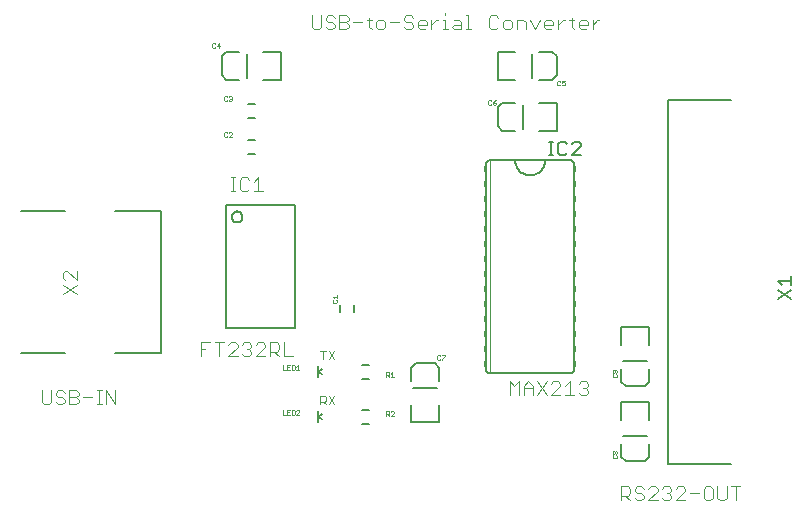
<source format=gto>
G75*
G70*
%OFA0B0*%
%FSLAX24Y24*%
%IPPOS*%
%LPD*%
%AMOC8*
5,1,8,0,0,1.08239X$1,22.5*
%
%ADD10C,0.0040*%
%ADD11C,0.0020*%
%ADD12C,0.0080*%
%ADD13C,0.0050*%
%ADD14C,0.0060*%
%ADD15C,0.0010*%
%ADD16R,0.0050X0.0200*%
D10*
X002470Y005521D02*
X002623Y005521D01*
X002700Y005597D01*
X002700Y005981D01*
X002853Y005904D02*
X002853Y005828D01*
X002930Y005751D01*
X003084Y005751D01*
X003160Y005674D01*
X003160Y005597D01*
X003084Y005521D01*
X002930Y005521D01*
X002853Y005597D01*
X002853Y005904D02*
X002930Y005981D01*
X003084Y005981D01*
X003160Y005904D01*
X003314Y005981D02*
X003544Y005981D01*
X003621Y005904D01*
X003621Y005828D01*
X003544Y005751D01*
X003314Y005751D01*
X003544Y005751D02*
X003621Y005674D01*
X003621Y005597D01*
X003544Y005521D01*
X003314Y005521D01*
X003314Y005981D01*
X003774Y005751D02*
X004081Y005751D01*
X004234Y005521D02*
X004388Y005521D01*
X004311Y005521D02*
X004311Y005981D01*
X004234Y005981D02*
X004388Y005981D01*
X004541Y005981D02*
X004848Y005521D01*
X004848Y005981D01*
X004541Y005981D02*
X004541Y005521D01*
X002470Y005521D02*
X002393Y005597D01*
X002393Y005981D01*
X003093Y009200D02*
X003553Y009507D01*
X003553Y009660D02*
X003246Y009967D01*
X003169Y009967D01*
X003093Y009891D01*
X003093Y009737D01*
X003169Y009660D01*
X003093Y009507D02*
X003553Y009200D01*
X003553Y009660D02*
X003553Y009967D01*
X007693Y007581D02*
X007693Y007121D01*
X007693Y007351D02*
X007846Y007351D01*
X007693Y007581D02*
X008000Y007581D01*
X008153Y007581D02*
X008460Y007581D01*
X008307Y007581D02*
X008307Y007121D01*
X008614Y007121D02*
X008921Y007428D01*
X008921Y007504D01*
X008844Y007581D01*
X008690Y007581D01*
X008614Y007504D01*
X009074Y007504D02*
X009151Y007581D01*
X009304Y007581D01*
X009381Y007504D01*
X009381Y007428D01*
X009304Y007351D01*
X009381Y007274D01*
X009381Y007197D01*
X009304Y007121D01*
X009151Y007121D01*
X009074Y007197D01*
X008921Y007121D02*
X008614Y007121D01*
X009228Y007351D02*
X009304Y007351D01*
X009534Y007504D02*
X009611Y007581D01*
X009765Y007581D01*
X009841Y007504D01*
X009841Y007428D01*
X009534Y007121D01*
X009841Y007121D01*
X009995Y007121D02*
X009995Y007581D01*
X010225Y007581D01*
X010302Y007504D01*
X010302Y007351D01*
X010225Y007274D01*
X009995Y007274D01*
X010148Y007274D02*
X010302Y007121D01*
X010455Y007121D02*
X010762Y007121D01*
X010455Y007121D02*
X010455Y007581D01*
X017993Y006281D02*
X017993Y005821D01*
X018300Y005821D02*
X018300Y006281D01*
X018146Y006128D01*
X017993Y006281D01*
X018453Y006128D02*
X018453Y005821D01*
X018453Y006051D02*
X018760Y006051D01*
X018760Y006128D02*
X018760Y005821D01*
X018914Y005821D02*
X019221Y006281D01*
X019374Y006204D02*
X019451Y006281D01*
X019604Y006281D01*
X019681Y006204D01*
X019681Y006128D01*
X019374Y005821D01*
X019681Y005821D01*
X019834Y005821D02*
X020141Y005821D01*
X019988Y005821D02*
X019988Y006281D01*
X019834Y006128D01*
X020295Y006204D02*
X020372Y006281D01*
X020525Y006281D01*
X020602Y006204D01*
X020602Y006128D01*
X020525Y006051D01*
X020602Y005974D01*
X020602Y005897D01*
X020525Y005821D01*
X020372Y005821D01*
X020295Y005897D01*
X020448Y006051D02*
X020525Y006051D01*
X019221Y005821D02*
X018914Y006281D01*
X018760Y006128D02*
X018607Y006281D01*
X018453Y006128D01*
X021693Y002781D02*
X021923Y002781D01*
X022000Y002704D01*
X022000Y002551D01*
X021923Y002474D01*
X021693Y002474D01*
X021693Y002321D02*
X021693Y002781D01*
X021846Y002474D02*
X022000Y002321D01*
X022153Y002397D02*
X022230Y002321D01*
X022384Y002321D01*
X022460Y002397D01*
X022460Y002474D01*
X022384Y002551D01*
X022230Y002551D01*
X022153Y002628D01*
X022153Y002704D01*
X022230Y002781D01*
X022384Y002781D01*
X022460Y002704D01*
X022614Y002704D02*
X022690Y002781D01*
X022844Y002781D01*
X022921Y002704D01*
X022921Y002628D01*
X022614Y002321D01*
X022921Y002321D01*
X023074Y002397D02*
X023151Y002321D01*
X023304Y002321D01*
X023381Y002397D01*
X023381Y002474D01*
X023304Y002551D01*
X023228Y002551D01*
X023304Y002551D02*
X023381Y002628D01*
X023381Y002704D01*
X023304Y002781D01*
X023151Y002781D01*
X023074Y002704D01*
X023534Y002704D02*
X023611Y002781D01*
X023765Y002781D01*
X023841Y002704D01*
X023841Y002628D01*
X023534Y002321D01*
X023841Y002321D01*
X023995Y002551D02*
X024302Y002551D01*
X024455Y002704D02*
X024455Y002397D01*
X024532Y002321D01*
X024685Y002321D01*
X024762Y002397D01*
X024762Y002704D01*
X024685Y002781D01*
X024532Y002781D01*
X024455Y002704D01*
X024916Y002781D02*
X024916Y002397D01*
X024992Y002321D01*
X025146Y002321D01*
X025222Y002397D01*
X025222Y002781D01*
X025376Y002781D02*
X025683Y002781D01*
X025529Y002781D02*
X025529Y002321D01*
X009767Y012621D02*
X009460Y012621D01*
X009614Y012621D02*
X009614Y013081D01*
X009460Y012928D01*
X009307Y013004D02*
X009230Y013081D01*
X009077Y013081D01*
X009000Y013004D01*
X009000Y012697D01*
X009077Y012621D01*
X009230Y012621D01*
X009307Y012697D01*
X008846Y012621D02*
X008693Y012621D01*
X008770Y012621D02*
X008770Y013081D01*
X008846Y013081D02*
X008693Y013081D01*
X011470Y018021D02*
X011623Y018021D01*
X011700Y018097D01*
X011700Y018481D01*
X011853Y018404D02*
X011930Y018481D01*
X012084Y018481D01*
X012160Y018404D01*
X012084Y018251D02*
X012160Y018174D01*
X012160Y018097D01*
X012084Y018021D01*
X011930Y018021D01*
X011853Y018097D01*
X011930Y018251D02*
X012084Y018251D01*
X011930Y018251D02*
X011853Y018328D01*
X011853Y018404D01*
X011393Y018481D02*
X011393Y018097D01*
X011470Y018021D01*
X012314Y018021D02*
X012314Y018481D01*
X012544Y018481D01*
X012621Y018404D01*
X012621Y018328D01*
X012544Y018251D01*
X012314Y018251D01*
X012544Y018251D02*
X012621Y018174D01*
X012621Y018097D01*
X012544Y018021D01*
X012314Y018021D01*
X012774Y018251D02*
X013081Y018251D01*
X013234Y018328D02*
X013388Y018328D01*
X013311Y018404D02*
X013311Y018097D01*
X013388Y018021D01*
X013541Y018097D02*
X013618Y018021D01*
X013772Y018021D01*
X013848Y018097D01*
X013848Y018251D01*
X013772Y018328D01*
X013618Y018328D01*
X013541Y018251D01*
X013541Y018097D01*
X014002Y018251D02*
X014309Y018251D01*
X014462Y018328D02*
X014539Y018251D01*
X014692Y018251D01*
X014769Y018174D01*
X014769Y018097D01*
X014692Y018021D01*
X014539Y018021D01*
X014462Y018097D01*
X014462Y018328D02*
X014462Y018404D01*
X014539Y018481D01*
X014692Y018481D01*
X014769Y018404D01*
X014922Y018251D02*
X014999Y018328D01*
X015153Y018328D01*
X015229Y018251D01*
X015229Y018174D01*
X014922Y018174D01*
X014922Y018097D02*
X014922Y018251D01*
X014922Y018097D02*
X014999Y018021D01*
X015153Y018021D01*
X015383Y018021D02*
X015383Y018328D01*
X015536Y018328D02*
X015613Y018328D01*
X015536Y018328D02*
X015383Y018174D01*
X015766Y018021D02*
X015920Y018021D01*
X015843Y018021D02*
X015843Y018328D01*
X015766Y018328D01*
X015843Y018481D02*
X015843Y018558D01*
X016150Y018328D02*
X016303Y018328D01*
X016380Y018251D01*
X016380Y018021D01*
X016150Y018021D01*
X016073Y018097D01*
X016150Y018174D01*
X016380Y018174D01*
X016534Y018021D02*
X016687Y018021D01*
X016610Y018021D02*
X016610Y018481D01*
X016534Y018481D01*
X017301Y018404D02*
X017301Y018097D01*
X017378Y018021D01*
X017531Y018021D01*
X017608Y018097D01*
X017761Y018097D02*
X017838Y018021D01*
X017991Y018021D01*
X018068Y018097D01*
X018068Y018251D01*
X017991Y018328D01*
X017838Y018328D01*
X017761Y018251D01*
X017761Y018097D01*
X017608Y018404D02*
X017531Y018481D01*
X017378Y018481D01*
X017301Y018404D01*
X018222Y018328D02*
X018222Y018021D01*
X018529Y018021D02*
X018529Y018251D01*
X018452Y018328D01*
X018222Y018328D01*
X018682Y018328D02*
X018835Y018021D01*
X018989Y018328D01*
X019142Y018251D02*
X019142Y018097D01*
X019219Y018021D01*
X019372Y018021D01*
X019449Y018174D02*
X019142Y018174D01*
X019142Y018251D02*
X019219Y018328D01*
X019372Y018328D01*
X019449Y018251D01*
X019449Y018174D01*
X019603Y018174D02*
X019756Y018328D01*
X019833Y018328D01*
X019986Y018328D02*
X020140Y018328D01*
X020063Y018404D02*
X020063Y018097D01*
X020140Y018021D01*
X020293Y018097D02*
X020293Y018251D01*
X020370Y018328D01*
X020523Y018328D01*
X020600Y018251D01*
X020600Y018174D01*
X020293Y018174D01*
X020293Y018097D02*
X020370Y018021D01*
X020523Y018021D01*
X020754Y018021D02*
X020754Y018328D01*
X020907Y018328D02*
X020984Y018328D01*
X020907Y018328D02*
X020754Y018174D01*
X019603Y018021D02*
X019603Y018328D01*
D11*
X017343Y013651D02*
X017343Y006551D01*
X012146Y007011D02*
X011959Y007291D01*
X011870Y007291D02*
X011683Y007291D01*
X011776Y007291D02*
X011776Y007011D01*
X011959Y007011D02*
X012146Y007291D01*
X012146Y005791D02*
X011959Y005511D01*
X011870Y005511D02*
X011776Y005604D01*
X011823Y005604D02*
X011683Y005604D01*
X011683Y005511D02*
X011683Y005791D01*
X011823Y005791D01*
X011870Y005744D01*
X011870Y005651D01*
X011823Y005604D01*
X011959Y005791D02*
X012146Y005511D01*
D12*
X011728Y005193D02*
X011606Y005101D01*
X011606Y004920D01*
X011728Y005015D02*
X011612Y005091D01*
X011606Y005101D02*
X011606Y005282D01*
X011606Y006420D02*
X011606Y006601D01*
X011728Y006693D01*
X011606Y006782D02*
X011606Y006601D01*
X011612Y006591D02*
X011728Y006515D01*
X014701Y006728D02*
X014701Y006294D01*
X014701Y006728D02*
X014858Y006885D01*
X015488Y006885D01*
X015646Y006728D01*
X015646Y006294D01*
X015646Y005507D02*
X015646Y004917D01*
X014701Y004917D01*
X014701Y005507D01*
X021701Y005585D02*
X021701Y004994D01*
X021701Y005585D02*
X022646Y005585D01*
X022646Y004994D01*
X022646Y004207D02*
X022646Y003774D01*
X022488Y003617D01*
X021858Y003617D01*
X021701Y003774D01*
X021701Y004207D01*
X023271Y003538D02*
X023271Y015664D01*
X025373Y015664D01*
X019557Y015573D02*
X019557Y014628D01*
X018967Y014628D01*
X018179Y014628D02*
X017746Y014628D01*
X017589Y014786D01*
X017589Y015416D01*
X017746Y015573D01*
X018179Y015573D01*
X018967Y015573D02*
X019557Y015573D01*
X019400Y016328D02*
X018967Y016328D01*
X019400Y016328D02*
X019557Y016486D01*
X019557Y017116D01*
X019400Y017273D01*
X018967Y017273D01*
X018179Y017273D02*
X017589Y017273D01*
X017589Y016328D01*
X018179Y016328D01*
X010357Y016328D02*
X009767Y016328D01*
X010357Y016328D02*
X010357Y017273D01*
X009767Y017273D01*
X008979Y017273D02*
X008546Y017273D01*
X008389Y017116D01*
X008389Y016486D01*
X008546Y016328D01*
X008979Y016328D01*
X006372Y011963D02*
X004837Y011963D01*
X006372Y011963D02*
X006372Y007239D01*
X004837Y007239D01*
X003183Y007239D02*
X001687Y007239D01*
X001687Y011963D02*
X003183Y011963D01*
X021701Y008085D02*
X021701Y007494D01*
X021701Y008085D02*
X022646Y008085D01*
X022646Y007494D01*
X022646Y006707D02*
X022646Y006274D01*
X022488Y006117D01*
X021858Y006117D01*
X021701Y006274D01*
X021701Y006707D01*
X023271Y003538D02*
X025373Y003538D01*
D13*
X022573Y004451D02*
X021773Y004451D01*
X021773Y006951D02*
X022573Y006951D01*
X026929Y009018D02*
X027380Y009318D01*
X027380Y009478D02*
X027380Y009779D01*
X027380Y009629D02*
X026929Y009629D01*
X027079Y009478D01*
X026929Y009318D02*
X027380Y009018D01*
X020366Y013826D02*
X020065Y013826D01*
X020366Y014126D01*
X020366Y014201D01*
X020290Y014276D01*
X020140Y014276D01*
X020065Y014201D01*
X019905Y014201D02*
X019830Y014276D01*
X019680Y014276D01*
X019605Y014201D01*
X019605Y013901D01*
X019680Y013826D01*
X019830Y013826D01*
X019905Y013901D01*
X019448Y013826D02*
X019298Y013826D01*
X019373Y013826D02*
X019373Y014276D01*
X019298Y014276D02*
X019448Y014276D01*
X018423Y014701D02*
X018423Y015501D01*
X018723Y016401D02*
X018723Y017201D01*
X009223Y017201D02*
X009223Y016401D01*
X014773Y006051D02*
X015573Y006051D01*
D14*
X017203Y006701D02*
X017203Y013501D01*
X017205Y013524D01*
X017210Y013547D01*
X017219Y013569D01*
X017232Y013589D01*
X017247Y013607D01*
X017265Y013622D01*
X017285Y013635D01*
X017307Y013644D01*
X017330Y013649D01*
X017353Y013651D01*
X018173Y013651D01*
X019173Y013651D01*
X019993Y013651D01*
X020016Y013649D01*
X020039Y013644D01*
X020061Y013635D01*
X020081Y013622D01*
X020099Y013607D01*
X020114Y013589D01*
X020127Y013569D01*
X020136Y013547D01*
X020141Y013524D01*
X020143Y013501D01*
X020143Y006701D01*
X020141Y006678D01*
X020136Y006655D01*
X020127Y006633D01*
X020114Y006613D01*
X020099Y006595D01*
X020081Y006580D01*
X020061Y006567D01*
X020039Y006558D01*
X020016Y006553D01*
X019993Y006551D01*
X017353Y006551D01*
X017330Y006553D01*
X017307Y006558D01*
X017285Y006567D01*
X017265Y006580D01*
X017247Y006595D01*
X017232Y006613D01*
X017219Y006633D01*
X017210Y006655D01*
X017205Y006678D01*
X017203Y006701D01*
X013291Y006837D02*
X013055Y006837D01*
X013055Y006365D02*
X013291Y006365D01*
X013291Y005337D02*
X013055Y005337D01*
X013055Y004865D02*
X013291Y004865D01*
X010825Y008054D02*
X008521Y008054D01*
X008521Y012148D01*
X010825Y012148D01*
X010825Y008054D01*
X012337Y008583D02*
X012337Y008819D01*
X012809Y008819D02*
X012809Y008583D01*
X008724Y011764D02*
X008726Y011790D01*
X008732Y011816D01*
X008741Y011841D01*
X008754Y011864D01*
X008770Y011885D01*
X008789Y011903D01*
X008811Y011919D01*
X008834Y011931D01*
X008859Y011939D01*
X008885Y011944D01*
X008912Y011945D01*
X008938Y011942D01*
X008963Y011935D01*
X008988Y011925D01*
X009010Y011911D01*
X009031Y011894D01*
X009048Y011875D01*
X009063Y011853D01*
X009074Y011829D01*
X009082Y011803D01*
X009086Y011777D01*
X009086Y011751D01*
X009082Y011725D01*
X009074Y011699D01*
X009063Y011675D01*
X009048Y011653D01*
X009031Y011634D01*
X009010Y011617D01*
X008988Y011603D01*
X008963Y011593D01*
X008938Y011586D01*
X008912Y011583D01*
X008885Y011584D01*
X008859Y011589D01*
X008834Y011597D01*
X008811Y011609D01*
X008789Y011625D01*
X008770Y011643D01*
X008754Y011664D01*
X008741Y011687D01*
X008732Y011712D01*
X008726Y011738D01*
X008724Y011764D01*
X009255Y013865D02*
X009491Y013865D01*
X009491Y014337D02*
X009255Y014337D01*
X009255Y015065D02*
X009491Y015065D01*
X009491Y015537D02*
X009255Y015537D01*
X018173Y013651D02*
X018175Y013607D01*
X018181Y013564D01*
X018190Y013522D01*
X018203Y013480D01*
X018220Y013440D01*
X018240Y013401D01*
X018263Y013364D01*
X018290Y013330D01*
X018319Y013297D01*
X018352Y013268D01*
X018386Y013241D01*
X018423Y013218D01*
X018462Y013198D01*
X018502Y013181D01*
X018544Y013168D01*
X018586Y013159D01*
X018629Y013153D01*
X018673Y013151D01*
X018717Y013153D01*
X018760Y013159D01*
X018802Y013168D01*
X018844Y013181D01*
X018884Y013198D01*
X018923Y013218D01*
X018960Y013241D01*
X018994Y013268D01*
X019027Y013297D01*
X019056Y013330D01*
X019083Y013364D01*
X019106Y013401D01*
X019126Y013440D01*
X019143Y013480D01*
X019156Y013522D01*
X019165Y013564D01*
X019171Y013607D01*
X019173Y013651D01*
D15*
X017506Y015502D02*
X017531Y015527D01*
X017531Y015552D01*
X017506Y015577D01*
X017431Y015577D01*
X017431Y015527D01*
X017456Y015502D01*
X017506Y015502D01*
X017431Y015577D02*
X017481Y015627D01*
X017531Y015652D01*
X017384Y015627D02*
X017358Y015652D01*
X017308Y015652D01*
X017283Y015627D01*
X017283Y015527D01*
X017308Y015502D01*
X017358Y015502D01*
X017384Y015527D01*
X019578Y016174D02*
X019603Y016149D01*
X019653Y016149D01*
X019678Y016174D01*
X019725Y016174D02*
X019750Y016149D01*
X019800Y016149D01*
X019825Y016174D01*
X019825Y016225D01*
X019800Y016250D01*
X019775Y016250D01*
X019725Y016225D01*
X019725Y016300D01*
X019825Y016300D01*
X019678Y016275D02*
X019653Y016300D01*
X019603Y016300D01*
X019578Y016275D01*
X019578Y016174D01*
X008725Y015756D02*
X008725Y015731D01*
X008700Y015706D01*
X008725Y015681D01*
X008725Y015656D01*
X008700Y015631D01*
X008650Y015631D01*
X008625Y015656D01*
X008578Y015656D02*
X008553Y015631D01*
X008503Y015631D01*
X008478Y015656D01*
X008478Y015756D01*
X008503Y015781D01*
X008553Y015781D01*
X008578Y015756D01*
X008625Y015756D02*
X008650Y015781D01*
X008700Y015781D01*
X008725Y015756D01*
X008700Y015706D02*
X008675Y015706D01*
X008650Y014581D02*
X008625Y014556D01*
X008650Y014581D02*
X008700Y014581D01*
X008725Y014556D01*
X008725Y014531D01*
X008625Y014431D01*
X008725Y014431D01*
X008578Y014456D02*
X008553Y014431D01*
X008503Y014431D01*
X008478Y014456D01*
X008478Y014556D01*
X008503Y014581D01*
X008553Y014581D01*
X008578Y014556D01*
X008306Y017402D02*
X008306Y017552D01*
X008231Y017477D01*
X008331Y017477D01*
X008184Y017427D02*
X008158Y017402D01*
X008108Y017402D01*
X008083Y017427D01*
X008083Y017527D01*
X008108Y017552D01*
X008158Y017552D01*
X008184Y017527D01*
X012093Y009103D02*
X012243Y009103D01*
X012243Y009053D02*
X012243Y009153D01*
X012143Y009053D02*
X012093Y009103D01*
X012118Y009006D02*
X012093Y008981D01*
X012093Y008931D01*
X012118Y008906D01*
X012218Y008906D01*
X012243Y008931D01*
X012243Y008981D01*
X012218Y009006D01*
X010931Y006821D02*
X010931Y006671D01*
X010881Y006671D02*
X010981Y006671D01*
X010881Y006771D02*
X010931Y006821D01*
X010834Y006796D02*
X010808Y006821D01*
X010733Y006821D01*
X010733Y006671D01*
X010808Y006671D01*
X010834Y006696D01*
X010834Y006796D01*
X010686Y006821D02*
X010586Y006821D01*
X010586Y006671D01*
X010686Y006671D01*
X010636Y006746D02*
X010586Y006746D01*
X010539Y006671D02*
X010439Y006671D01*
X010439Y006821D01*
X010439Y005321D02*
X010439Y005171D01*
X010539Y005171D01*
X010586Y005171D02*
X010686Y005171D01*
X010733Y005171D02*
X010808Y005171D01*
X010834Y005196D01*
X010834Y005296D01*
X010808Y005321D01*
X010733Y005321D01*
X010733Y005171D01*
X010636Y005246D02*
X010586Y005246D01*
X010586Y005321D02*
X010586Y005171D01*
X010586Y005321D02*
X010686Y005321D01*
X010881Y005296D02*
X010906Y005321D01*
X010956Y005321D01*
X010981Y005296D01*
X010981Y005271D01*
X010881Y005171D01*
X010981Y005171D01*
X013878Y005181D02*
X013953Y005181D01*
X013978Y005206D01*
X013978Y005256D01*
X013953Y005281D01*
X013878Y005281D01*
X013878Y005131D01*
X013928Y005181D02*
X013978Y005131D01*
X014025Y005131D02*
X014125Y005231D01*
X014125Y005256D01*
X014100Y005281D01*
X014050Y005281D01*
X014025Y005256D01*
X014025Y005131D02*
X014125Y005131D01*
X014125Y006431D02*
X014025Y006431D01*
X013978Y006431D02*
X013928Y006481D01*
X013953Y006481D02*
X013878Y006481D01*
X013878Y006431D02*
X013878Y006581D01*
X013953Y006581D01*
X013978Y006556D01*
X013978Y006506D01*
X013953Y006481D01*
X014025Y006531D02*
X014075Y006581D01*
X014075Y006431D01*
X015583Y007027D02*
X015608Y007002D01*
X015658Y007002D01*
X015684Y007027D01*
X015731Y007027D02*
X015731Y007002D01*
X015731Y007027D02*
X015831Y007127D01*
X015831Y007152D01*
X015731Y007152D01*
X015684Y007127D02*
X015658Y007152D01*
X015608Y007152D01*
X015583Y007127D01*
X015583Y007027D01*
X021422Y006634D02*
X021422Y006583D01*
X021447Y006558D01*
X021472Y006558D01*
X021497Y006583D01*
X021497Y006659D01*
X021547Y006659D02*
X021447Y006659D01*
X021422Y006634D01*
X021447Y006511D02*
X021422Y006486D01*
X021422Y006436D01*
X021447Y006411D01*
X021547Y006411D01*
X021572Y006436D01*
X021572Y006486D01*
X021547Y006511D01*
X021547Y006558D02*
X021572Y006583D01*
X021572Y006634D01*
X021547Y006659D01*
X021522Y003959D02*
X021547Y003959D01*
X021572Y003934D01*
X021572Y003883D01*
X021547Y003858D01*
X021522Y003858D01*
X021497Y003883D01*
X021497Y003934D01*
X021522Y003959D01*
X021497Y003934D02*
X021472Y003959D01*
X021447Y003959D01*
X021422Y003934D01*
X021422Y003883D01*
X021447Y003858D01*
X021472Y003858D01*
X021497Y003883D01*
X021547Y003811D02*
X021572Y003786D01*
X021572Y003736D01*
X021547Y003711D01*
X021447Y003711D01*
X021422Y003736D01*
X021422Y003786D01*
X021447Y003811D01*
D16*
X020168Y006851D03*
X020168Y007351D03*
X020168Y007851D03*
X020168Y008351D03*
X020168Y008851D03*
X020168Y009351D03*
X020168Y009851D03*
X020168Y010351D03*
X020168Y010851D03*
X020168Y011351D03*
X020168Y011851D03*
X020168Y012351D03*
X020168Y012851D03*
X020168Y013351D03*
X017178Y013351D03*
X017178Y012851D03*
X017178Y012351D03*
X017178Y011851D03*
X017178Y011351D03*
X017178Y010851D03*
X017178Y010351D03*
X017178Y009851D03*
X017178Y009351D03*
X017178Y008851D03*
X017178Y008351D03*
X017178Y007851D03*
X017178Y007351D03*
X017178Y006851D03*
M02*

</source>
